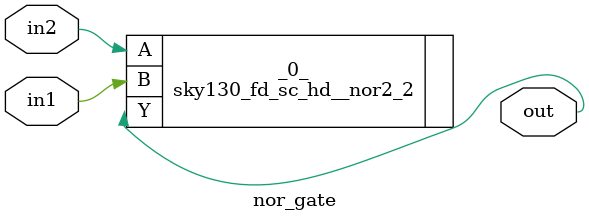
<source format=v>
/* Generated by Yosys 0.12+45 (git sha1 UNKNOWN, gcc 8.3.1 -fPIC -Os) */

module nor_gate(in1, in2, out);
  input in1;
  input in2;
  output out;
  sky130_fd_sc_hd__nor2_2 _0_ (
    .A(in2),
    .B(in1),
    .Y(out)
  );
endmodule

</source>
